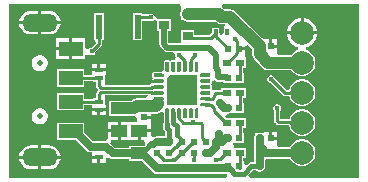
<source format=gtl>
%TF.GenerationSoftware,Altium Limited,Altium Designer,24.7.2 (38)*%
G04 Layer_Physical_Order=1*
G04 Layer_Color=255*
%FSLAX26Y26*%
%MOIN*%
%TF.SameCoordinates,5A157747-18B5-4676-A4C7-82BAAE217A37*%
%TF.FilePolarity,Positive*%
%TF.FileFunction,Copper,L1,Top,Signal*%
%TF.Part,Single*%
G01*
G75*
%TA.AperFunction,SMDPad,CuDef*%
%ADD10C,0.090354*%
%TA.AperFunction,BGAPad,CuDef*%
%ADD11C,0.010630*%
%TA.AperFunction,ConnectorPad*%
%ADD12R,0.078740X0.047244*%
%ADD13R,0.035433X0.031496*%
%TA.AperFunction,SMDPad,CuDef*%
%ADD14R,0.021654X0.078740*%
%ADD15R,0.024409X0.022441*%
%ADD16R,0.022441X0.024409*%
%ADD17R,0.029528X0.023622*%
%ADD18R,0.027559X0.015748*%
%ADD19R,0.015748X0.020079*%
%ADD20R,0.057087X0.039370*%
%TA.AperFunction,Conductor*%
%ADD21C,0.010000*%
%ADD22C,0.027559*%
%ADD23C,0.015748*%
%ADD24C,0.011811*%
%ADD25C,0.019685*%
%ADD26C,0.039370*%
%ADD27C,0.009437*%
%TA.AperFunction,ComponentPad*%
%ADD28O,0.118110X0.059055*%
%ADD29C,0.019685*%
%ADD30C,0.078740*%
%TA.AperFunction,ViaPad*%
%ADD31C,0.015748*%
G36*
X581739Y574074D02*
X580765Y572913D01*
X579646D01*
Y562600D01*
X579109Y561797D01*
X577194Y552165D01*
X579109Y542534D01*
X579646Y541731D01*
Y531417D01*
X588982D01*
X592731Y528913D01*
X602362Y526997D01*
X695284D01*
X697754Y524526D01*
X705920Y519070D01*
X715551Y517154D01*
X726192D01*
X726843Y516181D01*
X722362Y506181D01*
X722362D01*
Y487541D01*
X712362Y482301D01*
X708936Y484672D01*
Y488268D01*
X708740Y489253D01*
Y506181D01*
X682992D01*
Y490522D01*
X675107Y482637D01*
X625079D01*
Y498110D01*
X579646D01*
Y456614D01*
X570275Y455094D01*
X541422D01*
X538755Y457760D01*
Y494016D01*
X546338D01*
Y535512D01*
X503412Y535512D01*
X500155Y536317D01*
X495757Y541026D01*
X493798Y544687D01*
X492213Y547647D01*
X490861Y548999D01*
X488592Y551268D01*
X483860Y553228D01*
X478738D01*
X474007Y551268D01*
X473289Y550550D01*
X451850D01*
Y554212D01*
X420197D01*
Y465472D01*
X451850D01*
Y530158D01*
X473289D01*
X474007Y529440D01*
X478738Y527480D01*
X483860D01*
X488592Y529440D01*
X490905Y531754D01*
X497083Y530611D01*
X500732Y528776D01*
X500905Y526733D01*
X500906Y525830D01*
Y494016D01*
X508489D01*
Y451492D01*
X508489Y451492D01*
X509641Y445701D01*
X512921Y440791D01*
X524452Y429260D01*
X524452Y429260D01*
X529362Y425979D01*
X535153Y424827D01*
X551592D01*
X559961Y418899D01*
Y413778D01*
X561921Y409046D01*
X563599Y407367D01*
X561207Y401160D01*
X559014Y398128D01*
X548228D01*
X544402Y396543D01*
X544181Y396543D01*
X540354Y398128D01*
X528543D01*
X524716Y396543D01*
X523131Y392716D01*
Y368810D01*
X520242Y362632D01*
X514064Y359743D01*
X490158D01*
X486331Y358158D01*
X484745Y354331D01*
Y342520D01*
X486330Y338693D01*
X486331Y338473D01*
X484745Y334646D01*
Y322835D01*
X478527Y318210D01*
X478527D01*
X475312Y316062D01*
X475286Y316036D01*
X402360D01*
X400829Y316340D01*
X327391D01*
X325866Y325709D01*
X325866D01*
Y348268D01*
X330866D01*
Y361142D01*
X307087D01*
X283307D01*
Y348492D01*
X256969D01*
Y367205D01*
X168228D01*
Y309961D01*
X256969D01*
Y328674D01*
X288307D01*
Y325709D01*
X297178D01*
Y311960D01*
X297932Y308168D01*
X300080Y304953D01*
X305411Y299213D01*
X300080Y293472D01*
X297932Y290258D01*
X297178Y286466D01*
Y272716D01*
X288307D01*
Y269752D01*
X256969D01*
Y288464D01*
X168228D01*
Y231220D01*
X256969D01*
Y249934D01*
X283307D01*
Y237284D01*
X307087D01*
X330866D01*
Y250157D01*
X325866D01*
Y272716D01*
X325866D01*
X327391Y282085D01*
X393623D01*
X395154Y281781D01*
X468762D01*
X469874Y280444D01*
X465185Y270444D01*
X432284D01*
X422652Y268528D01*
X414487Y263072D01*
X413984Y262570D01*
X375000D01*
X372569Y262087D01*
X341457D01*
Y212716D01*
X372569D01*
X375000Y212233D01*
X424409D01*
X425472Y212444D01*
X435473Y204238D01*
Y192283D01*
X380000D01*
Y162598D01*
Y132913D01*
X435945D01*
Y162598D01*
X440945D01*
Y167598D01*
X479488D01*
Y186260D01*
X479882D01*
Y202480D01*
X457677D01*
Y212480D01*
X479882D01*
Y220107D01*
X496654D01*
X506285Y222023D01*
X513131Y226597D01*
X517972Y225263D01*
X523131Y222017D01*
Y205709D01*
X523330Y205230D01*
Y193424D01*
X523199Y193337D01*
X520353Y189078D01*
X519354Y184055D01*
Y173228D01*
X520353Y168205D01*
X523199Y163947D01*
X526793Y160353D01*
X526027Y156506D01*
Y145132D01*
X499282D01*
X491954Y143674D01*
X481358Y146267D01*
X479488Y150725D01*
Y157598D01*
X445945D01*
Y132913D01*
X456507D01*
X458637Y130515D01*
X461482Y122913D01*
X460314Y121165D01*
X459315Y116142D01*
Y115870D01*
X455925Y112480D01*
X407402D01*
Y106943D01*
X361278D01*
X345307Y122913D01*
X345748Y126529D01*
X348769Y132913D01*
X370000D01*
Y157598D01*
X336457D01*
Y138475D01*
X331914Y131035D01*
X327919Y129383D01*
X287459D01*
X256969Y159874D01*
Y190039D01*
X168228D01*
Y132795D01*
X229890D01*
X265988Y96697D01*
X265988Y96697D01*
X272200Y92546D01*
X279528Y91089D01*
X283307D01*
Y79803D01*
X307087D01*
Y74803D01*
X312087D01*
Y56929D01*
X330866D01*
Y70553D01*
X333706Y71729D01*
X340866Y73548D01*
X346019Y70105D01*
X353346Y68648D01*
X353347Y68648D01*
X407402D01*
Y63110D01*
X447409D01*
X486618Y23902D01*
X486618Y23902D01*
X492830Y19751D01*
X500158Y18293D01*
X500158Y18294D01*
X732351D01*
X734279Y16477D01*
X733521Y12196D01*
X729337Y6477D01*
X6477D01*
Y584074D01*
X577076D01*
X581739Y574074D01*
D02*
G37*
G36*
X638779Y365158D02*
Y363983D01*
X637880Y361812D01*
X636219Y360151D01*
X634049Y359252D01*
X631699D01*
X629529Y360151D01*
X627867Y361812D01*
X626968Y363983D01*
Y365158D01*
Y392716D01*
X638779D01*
Y365158D01*
D02*
G37*
G36*
X619095D02*
Y363983D01*
X618195Y361812D01*
X616534Y360151D01*
X614364Y359252D01*
X612014D01*
X609844Y360151D01*
X608183Y361812D01*
X607284Y363983D01*
Y365158D01*
X607283D01*
Y392716D01*
X619095D01*
Y365158D01*
D02*
G37*
G36*
X599409D02*
Y363983D01*
X598510Y361812D01*
X596849Y360151D01*
X594678Y359252D01*
X592329D01*
X590159Y360151D01*
X588497Y361812D01*
X587598Y363983D01*
Y365158D01*
Y392716D01*
X599409D01*
Y365158D01*
D02*
G37*
G36*
X579724D02*
Y363983D01*
X578825Y361812D01*
X577164Y360151D01*
X574994Y359252D01*
X572644D01*
X570474Y360151D01*
X568812Y361812D01*
X567913Y363983D01*
Y365158D01*
Y392716D01*
X579724D01*
Y365158D01*
D02*
G37*
G36*
X560039D02*
Y363983D01*
X559140Y361812D01*
X557479Y360151D01*
X555308Y359252D01*
X552959D01*
X550789Y360151D01*
X549127Y361812D01*
X548228Y363983D01*
Y365158D01*
Y392716D01*
X560039D01*
X560039Y365158D01*
D02*
G37*
G36*
X540354D02*
Y363983D01*
X539455Y361812D01*
X537794Y360151D01*
X535623Y359252D01*
X533274D01*
X531104Y360151D01*
X529442Y361812D01*
X528543Y363983D01*
Y365158D01*
Y392716D01*
X540354D01*
Y365158D01*
D02*
G37*
G36*
X1174625Y6477D02*
X809358D01*
X805216Y16477D01*
X819461Y30722D01*
X828891Y31646D01*
X835102Y27496D01*
X842430Y26038D01*
X849757Y27496D01*
X855969Y31646D01*
X860120Y37858D01*
X861577Y45186D01*
Y67004D01*
X865492Y70217D01*
X865493Y70217D01*
X944072D01*
X948747Y62121D01*
X957008Y53860D01*
X967126Y48018D01*
X978411Y44995D01*
X990093D01*
X1001378Y48018D01*
X1011496Y53860D01*
X1019757Y62121D01*
X1025598Y72238D01*
X1028622Y83523D01*
Y95206D01*
X1025598Y106491D01*
X1019757Y116609D01*
X1011496Y124870D01*
X1001378Y130711D01*
X990093Y133735D01*
X978411D01*
X967126Y130711D01*
X957008Y124870D01*
X948747Y116609D01*
X944072Y108512D01*
X908498D01*
X901445Y115591D01*
Y132795D01*
X880225D01*
Y137795D01*
X875225D01*
Y160000D01*
X859005D01*
X858923Y158846D01*
X850447Y155738D01*
X849005Y155635D01*
X842430Y156943D01*
X835102Y155485D01*
X834376Y155000D01*
X826209D01*
Y147322D01*
X824740Y145123D01*
X823282Y137795D01*
Y112428D01*
X823282Y112427D01*
X823282Y112427D01*
Y58312D01*
X815361D01*
X810338Y57313D01*
X806079Y54467D01*
X799278Y47666D01*
X790039Y51493D01*
Y62480D01*
X786180D01*
Y72554D01*
X798307D01*
Y106176D01*
X758779D01*
X758031Y111176D01*
X756390D01*
X752547Y121176D01*
X752990Y121575D01*
X761850Y121575D01*
X789645D01*
Y155984D01*
X786180D01*
Y172554D01*
X798307D01*
Y206176D01*
X763031D01*
X755905Y206176D01*
X748779Y206176D01*
X732126D01*
X729167Y208705D01*
X728417Y210026D01*
X734239Y220026D01*
X735630D01*
X742957Y221483D01*
X743683Y221969D01*
X754527Y221969D01*
X761850Y221969D01*
X789645D01*
Y256378D01*
X786180D01*
Y272554D01*
X798307D01*
Y306176D01*
X763031D01*
X755905Y306176D01*
X748779Y306176D01*
X713504D01*
Y299560D01*
X696803D01*
X692901Y298784D01*
X691816Y298060D01*
X689683Y298265D01*
X686272Y299933D01*
X682577Y303668D01*
Y314961D01*
X681035Y318898D01*
X682577Y322835D01*
Y328981D01*
X692577Y332015D01*
X694024Y329850D01*
X698933Y326570D01*
X704724Y325418D01*
X719409D01*
Y321378D01*
X751850D01*
Y321378D01*
X757205D01*
Y321378D01*
X789645D01*
Y355788D01*
X786180D01*
Y372554D01*
X798307D01*
Y406176D01*
X797959D01*
X794645Y414803D01*
X794645D01*
Y432008D01*
X773425D01*
Y442008D01*
X794645D01*
Y444007D01*
X803884Y447834D01*
X817261Y434457D01*
Y418732D01*
X819177Y409100D01*
X824633Y400935D01*
X854000Y371568D01*
X862165Y366112D01*
X871797Y364196D01*
X947549D01*
X948747Y362121D01*
X957008Y353860D01*
X967126Y348018D01*
X978411Y344995D01*
X990093D01*
X1001378Y348018D01*
X1011496Y353860D01*
X1019757Y362121D01*
X1025598Y372238D01*
X1028622Y383523D01*
Y395206D01*
X1025598Y406491D01*
X1019757Y416608D01*
X1011496Y424870D01*
X1001378Y430711D01*
X998060Y431600D01*
Y441953D01*
X1003308Y443359D01*
X1014566Y449859D01*
X1023758Y459051D01*
X1030258Y470308D01*
X1033622Y482865D01*
Y484365D01*
X984252D01*
X934882D01*
Y482865D01*
X938246Y470308D01*
X944746Y459051D01*
X953938Y449859D01*
X965196Y443359D01*
X970444Y441953D01*
Y431600D01*
X967126Y430711D01*
X957008Y424870D01*
X948747Y416608D01*
X947549Y414533D01*
X905926D01*
X901445Y422677D01*
Y439882D01*
X880225D01*
Y444882D01*
X875225D01*
Y467087D01*
X859005D01*
X859005Y467087D01*
Y467087D01*
X851076Y471830D01*
X762786Y560120D01*
X754620Y565576D01*
X744989Y567491D01*
X725976D01*
X723506Y569962D01*
X717352Y574074D01*
X719181Y584074D01*
X1174625D01*
Y6477D01*
D02*
G37*
G36*
X677165Y342520D02*
X648432D01*
X646261Y343419D01*
X644600Y345080D01*
X643701Y347250D01*
Y348425D01*
Y349600D01*
X644600Y351770D01*
X646261Y353432D01*
X648432Y354331D01*
X677165D01*
Y342520D01*
D02*
G37*
G36*
X521062Y353432D02*
X522723Y351770D01*
X523622Y349600D01*
Y348425D01*
Y347250D01*
X522723Y345080D01*
X521062Y343419D01*
X518891Y342520D01*
X490158D01*
Y354331D01*
X518891D01*
X521062Y353432D01*
D02*
G37*
G36*
X677165Y322835D02*
X649606Y322835D01*
X648432D01*
X646261Y323734D01*
X644600Y325395D01*
X643701Y327565D01*
Y328740D01*
Y329915D01*
X644600Y332085D01*
X646261Y333747D01*
X648432Y334646D01*
X677165D01*
Y322835D01*
D02*
G37*
G36*
X521062Y333747D02*
X522723Y332085D01*
X523622Y329915D01*
Y328740D01*
Y327565D01*
X522723Y325395D01*
X521062Y323734D01*
X518891Y322835D01*
X517716D01*
Y322835D01*
X490158D01*
Y334646D01*
X518891D01*
X521062Y333747D01*
D02*
G37*
G36*
X677165Y303150D02*
X648432D01*
X646261Y304049D01*
X644600Y305710D01*
X643701Y307880D01*
Y309055D01*
Y310230D01*
X644600Y312400D01*
X646261Y314062D01*
X648432Y314961D01*
X677165D01*
Y303150D01*
D02*
G37*
G36*
X521062Y314062D02*
X522723Y312400D01*
X523622Y310230D01*
Y309055D01*
Y307880D01*
X522723Y305710D01*
X521062Y304049D01*
X518891Y303150D01*
X490158D01*
Y314961D01*
X518891D01*
X521062Y314062D01*
D02*
G37*
G36*
X677165Y283465D02*
X648432D01*
X646261Y284364D01*
X644600Y286025D01*
X643701Y288195D01*
Y289370D01*
Y290545D01*
X644600Y292715D01*
X646261Y294377D01*
X648432Y295276D01*
X677165D01*
Y283465D01*
D02*
G37*
G36*
X521062Y294377D02*
X522723Y292715D01*
X523622Y290545D01*
Y289370D01*
Y288195D01*
X522723Y286025D01*
X521062Y284364D01*
X518891Y283465D01*
X490158D01*
Y295276D01*
X518891D01*
X521062Y294377D01*
D02*
G37*
G36*
X677165Y263779D02*
X648432D01*
X646261Y264678D01*
X644600Y266340D01*
X643701Y268510D01*
Y269685D01*
Y270860D01*
X644600Y273030D01*
X646261Y274691D01*
X648432Y275591D01*
X649606D01*
Y275591D01*
X677165D01*
Y263779D01*
D02*
G37*
G36*
X517716Y275591D02*
X518891D01*
X521062Y274691D01*
X522723Y273030D01*
X523622Y270860D01*
Y269685D01*
Y268510D01*
X522723Y266340D01*
X521062Y264678D01*
X518891Y263779D01*
X490158D01*
Y275591D01*
X517716Y275591D01*
D02*
G37*
G36*
X633858Y249016D02*
X533465D01*
Y339567D01*
X543307Y349409D01*
X633858D01*
Y249016D01*
D02*
G37*
G36*
X677165Y244095D02*
X648432D01*
X646261Y244994D01*
X644600Y246655D01*
X643701Y248825D01*
Y250000D01*
Y251175D01*
X644600Y253345D01*
X646261Y255006D01*
X648432Y255905D01*
X677165D01*
Y244095D01*
D02*
G37*
G36*
X521062Y255006D02*
X522723Y253345D01*
X523622Y251175D01*
Y250000D01*
Y248825D01*
X522723Y246655D01*
X521062Y244994D01*
X518891Y244095D01*
X490158D01*
Y255905D01*
X518891D01*
X521062Y255006D01*
D02*
G37*
G36*
X636219Y238274D02*
X637880Y236613D01*
X638779Y234442D01*
Y233268D01*
Y205709D01*
X626968D01*
Y233268D01*
Y234442D01*
X627867Y236613D01*
X629529Y238274D01*
X631699Y239173D01*
X634049D01*
X636219Y238274D01*
D02*
G37*
G36*
X616534D02*
X618195Y236613D01*
X619095Y234442D01*
Y233268D01*
Y205709D01*
X607283D01*
X607284Y233268D01*
Y234442D01*
X608183Y236613D01*
X609844Y238274D01*
X612014Y239173D01*
X614364D01*
X616534Y238274D01*
D02*
G37*
G36*
X596849D02*
X598510Y236613D01*
X599409Y234442D01*
Y233268D01*
Y205709D01*
X587598D01*
Y233268D01*
Y234442D01*
X588497Y236613D01*
X590159Y238274D01*
X592329Y239173D01*
X594678D01*
X596849Y238274D01*
D02*
G37*
G36*
X577164D02*
X578825Y236613D01*
X579724Y234442D01*
Y233268D01*
Y205709D01*
X567913D01*
Y233268D01*
Y234442D01*
X568812Y236613D01*
X570474Y238274D01*
X572644Y239173D01*
X574994D01*
X577164Y238274D01*
D02*
G37*
G36*
X557479D02*
X559140Y236613D01*
X560039Y234442D01*
Y233268D01*
X560039D01*
Y205709D01*
X548228D01*
Y233268D01*
Y234442D01*
X549127Y236613D01*
X550789Y238274D01*
X552959Y239173D01*
X555308D01*
X557479Y238274D01*
D02*
G37*
G36*
X537794D02*
X539455Y236613D01*
X540354Y234442D01*
Y233268D01*
Y205709D01*
X528543D01*
Y233268D01*
Y234442D01*
X529442Y236613D01*
X531104Y238274D01*
X533274Y239173D01*
X535623D01*
X537794Y238274D01*
D02*
G37*
%LPC*%
G36*
X139764Y563491D02*
X115236D01*
Y528622D01*
X178974D01*
X178274Y533941D01*
X174291Y543556D01*
X167955Y551813D01*
X159698Y558149D01*
X150083Y562132D01*
X139764Y563491D01*
D02*
G37*
G36*
X105236D02*
X80709D01*
X70390Y562132D01*
X60774Y558149D01*
X52517Y551813D01*
X46181Y543556D01*
X42199Y533941D01*
X41498Y528622D01*
X105236D01*
Y563491D01*
D02*
G37*
G36*
X178974Y518622D02*
X115236D01*
Y483753D01*
X139764D01*
X150083Y485112D01*
X159698Y489095D01*
X167955Y495431D01*
X174291Y503688D01*
X178274Y513303D01*
X178974Y518622D01*
D02*
G37*
G36*
X105236D02*
X41498D01*
X42199Y513303D01*
X46181Y503688D01*
X52517Y495431D01*
X60774Y489095D01*
X70390Y485112D01*
X80709Y483753D01*
X105236D01*
Y518622D01*
D02*
G37*
G36*
X207598Y470630D02*
X163228D01*
Y442008D01*
X207598D01*
Y470630D01*
D02*
G37*
G36*
X323897Y554212D02*
X292244D01*
Y465472D01*
X294237D01*
X296368Y455472D01*
X280935Y440039D01*
X279920D01*
X275188Y438079D01*
X271969Y434860D01*
X269877Y434979D01*
X261969Y437418D01*
Y470630D01*
X217598D01*
Y437008D01*
Y403386D01*
X261969D01*
Y416913D01*
X269877Y419352D01*
X271969Y419471D01*
X275188Y416251D01*
X279920Y414291D01*
X285041D01*
X289773Y416251D01*
X293394Y419873D01*
X295354Y424605D01*
Y425620D01*
X315280Y445546D01*
X317491Y448854D01*
X318267Y452756D01*
Y465472D01*
X323897D01*
Y554212D01*
D02*
G37*
G36*
X207598Y432008D02*
X163228D01*
Y403386D01*
X207598D01*
Y432008D01*
D02*
G37*
G36*
X330866Y384016D02*
X312087D01*
Y371142D01*
X330866D01*
Y384016D01*
D02*
G37*
G36*
X302087D02*
X283307D01*
Y371142D01*
X302087D01*
Y384016D01*
D02*
G37*
G36*
X113745Y414449D02*
X106727D01*
X99948Y412632D01*
X93871Y409123D01*
X88908Y404161D01*
X85399Y398083D01*
X83583Y391304D01*
Y384286D01*
X85399Y377507D01*
X88908Y371430D01*
X93871Y366467D01*
X99948Y362958D01*
X106727Y361142D01*
X113745D01*
X120524Y362958D01*
X126602Y366467D01*
X131564Y371430D01*
X135073Y377507D01*
X136890Y384286D01*
Y391304D01*
X135073Y398083D01*
X131564Y404161D01*
X126602Y409123D01*
X120524Y412632D01*
X113745Y414449D01*
D02*
G37*
G36*
X330866Y227284D02*
X312087D01*
Y214410D01*
X330866D01*
Y227284D01*
D02*
G37*
G36*
X302087D02*
X283307D01*
Y214410D01*
X302087D01*
Y227284D01*
D02*
G37*
G36*
X113745Y237283D02*
X106727D01*
X99948Y235467D01*
X93871Y231958D01*
X88908Y226995D01*
X85399Y220918D01*
X83583Y214139D01*
Y207121D01*
X85399Y200342D01*
X88908Y194264D01*
X93871Y189302D01*
X99948Y185793D01*
X106727Y183976D01*
X113745D01*
X120524Y185793D01*
X126602Y189302D01*
X131564Y194264D01*
X135073Y200342D01*
X136890Y207121D01*
Y214139D01*
X135073Y220918D01*
X131564Y226995D01*
X126602Y231958D01*
X120524Y235467D01*
X113745Y237283D01*
D02*
G37*
G36*
X370000Y192283D02*
X336457D01*
Y167598D01*
X370000D01*
Y192283D01*
D02*
G37*
G36*
X139764Y114672D02*
X115236D01*
Y79803D01*
X178974D01*
X178274Y85122D01*
X174291Y94737D01*
X167955Y102995D01*
X159698Y109330D01*
X150083Y113313D01*
X139764Y114672D01*
D02*
G37*
G36*
X105236D02*
X80709D01*
X70390Y113313D01*
X60774Y109330D01*
X52517Y102995D01*
X46181Y94737D01*
X42199Y85122D01*
X41498Y79803D01*
X105236D01*
Y114672D01*
D02*
G37*
G36*
X302087Y69803D02*
X283307D01*
Y56929D01*
X302087D01*
Y69803D01*
D02*
G37*
G36*
X178974Y69803D02*
X115236D01*
Y34935D01*
X139764D01*
X150083Y36293D01*
X159698Y40276D01*
X167955Y46612D01*
X174291Y54869D01*
X178274Y64484D01*
X178974Y69803D01*
D02*
G37*
G36*
X105236D02*
X41498D01*
X42199Y64484D01*
X46181Y54869D01*
X52517Y46612D01*
X60774Y40276D01*
X70390Y36293D01*
X80709Y34935D01*
X105236D01*
Y69803D01*
D02*
G37*
G36*
X990752Y538735D02*
X989252D01*
Y494365D01*
X1033622D01*
Y495864D01*
X1030258Y508421D01*
X1023758Y519678D01*
X1014566Y528870D01*
X1003308Y535370D01*
X990752Y538735D01*
D02*
G37*
G36*
X979252D02*
X977752D01*
X965196Y535370D01*
X953938Y528870D01*
X944746Y519678D01*
X938246Y508421D01*
X934882Y495864D01*
Y494365D01*
X979252D01*
Y538735D01*
D02*
G37*
G36*
X901445Y467087D02*
X885225D01*
Y449882D01*
X901445D01*
Y467087D01*
D02*
G37*
G36*
X883466Y348504D02*
X878345D01*
X873613Y346544D01*
X869991Y342922D01*
X868032Y338191D01*
Y333069D01*
X869991Y328337D01*
X873613Y324716D01*
X878345Y322756D01*
X879360D01*
X919961Y282155D01*
X923269Y279945D01*
X927171Y279169D01*
X941049D01*
X942906Y272238D01*
X948747Y262121D01*
X957008Y253860D01*
X967126Y248018D01*
X978411Y244994D01*
X990093D01*
X1001378Y248018D01*
X1011496Y253860D01*
X1019757Y262121D01*
X1025598Y272238D01*
X1028622Y283523D01*
Y295206D01*
X1025598Y306491D01*
X1019757Y316608D01*
X1011496Y324870D01*
X1001378Y330711D01*
X990093Y333735D01*
X978411D01*
X967126Y330711D01*
X957008Y324870D01*
X948747Y316608D01*
X942906Y306491D01*
X941049Y299560D01*
X931394D01*
X893779Y337175D01*
Y338191D01*
X891819Y342922D01*
X888198Y346544D01*
X883466Y348504D01*
D02*
G37*
G36*
X904136Y251063D02*
X899014D01*
X894282Y249103D01*
X890661Y245482D01*
X888701Y240750D01*
Y235628D01*
X890661Y230897D01*
X891379Y230178D01*
Y196850D01*
X892155Y192949D01*
X894365Y189641D01*
X900386Y183620D01*
X903694Y181410D01*
X907596Y180633D01*
X940656D01*
X942906Y172238D01*
X948747Y162121D01*
X957008Y153860D01*
X967126Y148018D01*
X978411Y144994D01*
X990093D01*
X1001378Y148018D01*
X1011496Y153860D01*
X1019757Y162121D01*
X1025598Y172238D01*
X1028622Y183523D01*
Y195206D01*
X1025598Y206491D01*
X1019757Y216608D01*
X1011496Y224869D01*
X1001378Y230711D01*
X990093Y233735D01*
X978411D01*
X967126Y230711D01*
X957008Y224869D01*
X948747Y216608D01*
X942906Y206491D01*
X941441Y201025D01*
X911819D01*
X911771Y201074D01*
Y230178D01*
X912489Y230897D01*
X914449Y235628D01*
Y240750D01*
X912489Y245482D01*
X908867Y249103D01*
X904136Y251063D01*
D02*
G37*
G36*
X901445Y160000D02*
X885225D01*
Y142795D01*
X901445D01*
Y160000D01*
D02*
G37*
%LPD*%
D10*
X583661Y299213D02*
D03*
D11*
X534449Y376593D02*
D03*
X554134Y375984D02*
D03*
X573819D02*
D03*
X593504Y376593D02*
D03*
X613189Y375984D02*
D03*
X632874D02*
D03*
X661042Y348425D02*
D03*
X660433Y328740D02*
D03*
Y309055D02*
D03*
X661042Y289370D02*
D03*
X660433Y269685D02*
D03*
Y250000D02*
D03*
X632874Y211614D02*
D03*
X613189Y222441D02*
D03*
X593504D02*
D03*
X573819Y221832D02*
D03*
X554134Y222441D02*
D03*
X534449D02*
D03*
X496063Y250000D02*
D03*
X506890Y269685D02*
D03*
Y289370D02*
D03*
X506281Y309055D02*
D03*
X506890Y328740D02*
D03*
Y348425D02*
D03*
D12*
X212598Y161417D02*
D03*
Y259842D02*
D03*
Y338583D02*
D03*
Y437008D02*
D03*
D13*
X523622Y514764D02*
D03*
X602362Y552165D02*
D03*
Y477362D02*
D03*
D14*
X308071Y509842D02*
D03*
X436024D02*
D03*
D15*
X582766Y125984D02*
D03*
Y88189D02*
D03*
X541516Y125984D02*
D03*
Y88189D02*
D03*
X665266Y125984D02*
D03*
Y88189D02*
D03*
X624016Y88189D02*
D03*
Y125984D02*
D03*
X457677Y207480D02*
D03*
Y245276D02*
D03*
X500266Y88189D02*
D03*
Y125984D02*
D03*
D16*
X735630Y138780D02*
D03*
X773425D02*
D03*
X735630Y239173D02*
D03*
X773425D02*
D03*
X735630Y338583D02*
D03*
X773425D02*
D03*
X736024Y45276D02*
D03*
X773819D02*
D03*
X735630Y437008D02*
D03*
X773425D02*
D03*
X880225Y444882D02*
D03*
X842430D02*
D03*
X880225Y137795D02*
D03*
X842430D02*
D03*
D17*
X778543Y189365D02*
D03*
X733268D02*
D03*
Y289365D02*
D03*
X778543D02*
D03*
Y389365D02*
D03*
X733268D02*
D03*
X778543Y89365D02*
D03*
X733268D02*
D03*
D18*
X307087Y366142D02*
D03*
Y338583D02*
D03*
X307087Y232284D02*
D03*
Y259842D02*
D03*
Y74803D02*
D03*
Y102362D02*
D03*
D19*
X695866Y491142D02*
D03*
X735236D02*
D03*
X715551Y542323D02*
D03*
D20*
X375000Y237401D02*
D03*
Y162598D02*
D03*
X440945Y87795D02*
D03*
Y162598D02*
D03*
D21*
X457676Y338583D02*
X467520Y328740D01*
X456694Y338583D02*
X457676D01*
X467520Y328740D02*
X506890D01*
X736220Y389365D02*
X767205Y420349D01*
Y430787D02*
X773425Y437008D01*
X733268Y389365D02*
X736220D01*
X767205Y420349D02*
Y430787D01*
X759842Y467933D02*
X767205Y460571D01*
Y443228D02*
X773425Y437008D01*
X767205Y443228D02*
Y460571D01*
X759842Y467933D02*
Y469488D01*
X558758Y65194D02*
X558809Y65143D01*
X524245Y65194D02*
X558758D01*
X501250Y88189D02*
X524245Y65194D01*
X558787D02*
X581782Y88189D01*
X583750D01*
X500266D02*
X501250D01*
X619016Y189961D02*
X620079Y191024D01*
X588583Y189961D02*
X619016D01*
X620079D02*
X645717D01*
X664282Y125984D02*
X665266D01*
X658061Y132205D02*
Y133189D01*
X651575Y139675D02*
Y184103D01*
X658061Y132205D02*
X664282Y125984D01*
X651575Y139675D02*
X658061Y133189D01*
X645717Y189961D02*
X651575Y184103D01*
X695866Y66929D02*
X696966Y68029D01*
X708979D02*
X730315Y89365D01*
X696966Y68029D02*
X708979D01*
X730315Y89365D02*
X733268D01*
X583750Y88189D02*
X615325Y119764D01*
X617795D02*
X624016Y125984D01*
X615325Y119764D02*
X617795D01*
X624016Y66024D02*
Y88189D01*
X436024Y509842D02*
Y534528D01*
X441850Y540354D02*
X481299D01*
X436024Y534528D02*
X441850Y540354D01*
X901575Y196850D02*
Y238189D01*
Y196850D02*
X907596Y190829D01*
X982787D01*
X984252Y189365D01*
X308071Y452756D02*
Y509842D01*
X282480Y427165D02*
X308071Y452756D01*
X573939Y204604D02*
X588583Y189961D01*
X880905Y335630D02*
X927171Y289365D01*
X984252D01*
X572835Y416339D02*
X593383Y395790D01*
Y376714D02*
Y395790D01*
Y376714D02*
X593504Y376593D01*
X613189Y375984D02*
Y402596D01*
X625984Y415391D02*
Y416339D01*
X613189Y402596D02*
X625984Y415391D01*
X660433Y250000D02*
X680992D01*
X690945Y240048D01*
Y228734D02*
Y240048D01*
Y228734D02*
X730315Y189365D01*
X679331Y472441D02*
X695866Y488976D01*
X602362Y472441D02*
X679331D01*
X695866Y488976D02*
Y491142D01*
X698740Y474882D02*
X735630Y437992D01*
X695866Y491142D02*
X698740Y488268D01*
X735630Y437008D02*
Y437992D01*
X698740Y474882D02*
Y488268D01*
X775984Y341142D02*
Y386805D01*
X773425Y338583D02*
X775984Y341142D01*
Y386805D02*
X778543Y389365D01*
X660433Y269685D02*
X685087D01*
X690945Y275543D01*
X696803Y289365D02*
X733268D01*
X690945Y275543D02*
Y283507D01*
X696803Y289365D01*
X775984Y241732D02*
Y286805D01*
X773425Y239173D02*
X775984Y241732D01*
Y286805D02*
X778543Y289365D01*
X730315Y189365D02*
X733268D01*
X775984Y141339D02*
Y186805D01*
X773425Y138780D02*
X775984Y141339D01*
Y186805D02*
X778543Y189365D01*
X775984Y41929D02*
Y86805D01*
X773425Y39370D02*
X775984Y41929D01*
Y86805D02*
X778543Y89365D01*
X573939Y204604D02*
Y221712D01*
X573819Y221832D02*
X573939Y221712D01*
D22*
X449803Y87795D02*
X500158Y37441D01*
X733701D02*
X735630Y39370D01*
X500158Y37441D02*
X733701D01*
X307087Y110236D02*
X330906D01*
X500266Y125984D02*
X540532D01*
X228346Y161417D02*
X279528Y110236D01*
X842430Y45186D02*
Y112427D01*
X212598Y161417D02*
X228346D01*
X842430Y112427D02*
Y137795D01*
X499282Y125984D02*
X500266D01*
X842430Y112427D02*
X865492Y89365D01*
X353346Y87795D02*
X449803D01*
X330906Y110236D02*
X353346Y87795D01*
X865492Y89365D02*
X984252D01*
X279528Y110236D02*
X307087D01*
X539154Y127362D02*
X540532Y125984D01*
X541516D01*
X717812Y125000D02*
X731591Y138780D01*
X677454Y88189D02*
X698021Y108756D01*
X698819Y118008D02*
Y125000D01*
X731591Y138780D02*
X735630D01*
X698819Y125000D02*
X717812D01*
X706693Y129921D02*
Y151575D01*
X710630Y253937D02*
X725394Y239173D01*
X735630D01*
X665266Y88189D02*
X677454D01*
D23*
X565945Y149606D02*
Y177165D01*
X739370Y40945D02*
X740499D01*
X736114Y44202D02*
X739370Y40945D01*
X749724Y27738D02*
X757266Y20197D01*
X749724Y27738D02*
Y31720D01*
X757266Y20197D02*
X790372D01*
X815361Y45186D01*
X842430D01*
X740499Y40945D02*
X749724Y31720D01*
X554134Y188976D02*
X565945Y177165D01*
X554134Y188976D02*
Y222441D01*
X487549Y114252D02*
X499282Y125984D01*
X472441Y116142D02*
X479803Y123504D01*
X488347D01*
X449803Y87795D02*
X472441Y110433D01*
X532480Y173228D02*
X539951Y165758D01*
X532480Y173228D02*
Y184055D01*
X472441Y110433D02*
Y116142D01*
X539154Y127362D02*
Y156506D01*
D24*
X565945Y149606D02*
X582766Y132785D01*
X542500Y88189D02*
X560217Y105906D01*
X582766Y125984D02*
Y132785D01*
X565620Y110315D02*
X566112D01*
X581782Y125984D02*
X582766D01*
X561211Y105906D02*
X565620Y110315D01*
X566112D02*
X581782Y125984D01*
X560217Y105906D02*
X561211D01*
X541516Y88189D02*
X542500D01*
X534449Y186024D02*
Y222441D01*
X532480Y184055D02*
X534449Y186024D01*
D25*
X535153Y439961D02*
X673817D01*
X523622Y451492D02*
X535153Y439961D01*
X523622Y451492D02*
Y509842D01*
X673817Y439961D02*
X697835Y415943D01*
Y371664D02*
Y415943D01*
X704724Y340551D02*
Y364775D01*
X697835Y371664D02*
X704724Y364775D01*
Y340551D02*
X733661D01*
X735630Y338583D01*
D26*
X432284Y245276D02*
X496654D01*
X375000Y237401D02*
X424409D01*
X432284Y245276D01*
X871797Y389365D02*
X984252D01*
X842430Y418732D02*
Y444882D01*
Y418732D02*
X871797Y389365D01*
X744989Y542323D02*
X842430Y444882D01*
X715551Y542323D02*
X744989D01*
X705709Y552165D02*
X715551Y542323D01*
X602362Y552165D02*
X705709D01*
X496654Y245276D02*
X503937Y252559D01*
Y255905D01*
D27*
X482319Y309055D02*
X506281D01*
X312615Y306431D02*
X400829D01*
X479390Y306127D02*
X482319Y309055D01*
X401134Y306127D02*
X479390D01*
X400829Y306431D02*
X401134Y306127D01*
X307087Y311960D02*
Y338583D01*
Y311960D02*
X312615Y306431D01*
X395154Y291690D02*
X479999D01*
X482319Y289370D01*
X312615Y291994D02*
X394849D01*
X395154Y291690D01*
X482319Y289370D02*
X506890D01*
X307087Y286466D02*
X312615Y291994D01*
X307087Y259842D02*
Y286466D01*
X212598Y338583D02*
X307087D01*
X212598Y259842D02*
X307087D01*
D28*
X110236Y74803D02*
D03*
Y523622D02*
D03*
D29*
Y210630D02*
D03*
Y387795D02*
D03*
D30*
X984252Y489365D02*
D03*
Y189365D02*
D03*
Y89365D02*
D03*
Y289365D02*
D03*
Y389365D02*
D03*
D31*
X1145670Y535434D02*
D03*
X1125985Y496064D02*
D03*
X1145670Y456694D02*
D03*
X1125985Y417324D02*
D03*
X1145670Y377954D02*
D03*
X1125985Y338583D02*
D03*
X1145670Y299213D02*
D03*
X1125985Y259843D02*
D03*
X1145670Y220473D02*
D03*
X1125985Y181103D02*
D03*
X1145670Y141733D02*
D03*
X1125985Y102363D02*
D03*
X1145670Y62993D02*
D03*
X1125985Y23623D02*
D03*
X1106300Y535434D02*
D03*
X1086615Y496064D02*
D03*
X1106300Y456694D02*
D03*
X1086615Y417324D02*
D03*
X1106300Y377954D02*
D03*
X1086615Y338583D02*
D03*
X1106300Y299213D02*
D03*
X1086615Y259843D02*
D03*
X1106300Y220473D02*
D03*
X1086615Y181103D02*
D03*
X1106300Y141733D02*
D03*
X1086615Y102363D02*
D03*
X1106300Y62993D02*
D03*
X1086615Y23623D02*
D03*
X1066930Y535434D02*
D03*
X1047245Y496064D02*
D03*
X1066930Y456694D02*
D03*
X1047245Y417324D02*
D03*
X1066930Y377954D02*
D03*
X1047245Y338583D02*
D03*
X1066930Y299213D02*
D03*
X1047245Y259843D02*
D03*
X1066930Y220473D02*
D03*
X1047245Y181103D02*
D03*
X1066930Y141733D02*
D03*
X1047245Y102363D02*
D03*
X1066930Y62993D02*
D03*
X1047245Y23623D02*
D03*
X1027560Y535434D02*
D03*
X1007875Y338583D02*
D03*
X1027560Y220473D02*
D03*
Y141733D02*
D03*
X1007875Y23623D02*
D03*
X968505D02*
D03*
X948820Y535434D02*
D03*
X929135Y338583D02*
D03*
Y259843D02*
D03*
X948820Y141733D02*
D03*
X929135Y23623D02*
D03*
X909450Y535434D02*
D03*
X889765Y496064D02*
D03*
X909450Y456694D02*
D03*
X889765Y259843D02*
D03*
Y181103D02*
D03*
X909450Y141733D02*
D03*
X889765Y23623D02*
D03*
X870080Y535434D02*
D03*
X850395Y496064D02*
D03*
Y338583D02*
D03*
Y181103D02*
D03*
X830710Y535434D02*
D03*
Y377954D02*
D03*
Y299213D02*
D03*
X811025Y259843D02*
D03*
X830710Y220473D02*
D03*
X811025Y181103D02*
D03*
Y102363D02*
D03*
X653544Y496064D02*
D03*
X555119Y535434D02*
D03*
X496064Y417324D02*
D03*
X476379Y456694D02*
D03*
X456694Y417324D02*
D03*
Y338583D02*
D03*
Y23623D02*
D03*
X437009Y456694D02*
D03*
X417324Y417324D02*
D03*
Y338583D02*
D03*
Y23623D02*
D03*
X377954Y496064D02*
D03*
X397639Y456694D02*
D03*
X377954Y417324D02*
D03*
Y338583D02*
D03*
Y23623D02*
D03*
X338583Y496064D02*
D03*
X358268Y456694D02*
D03*
Y377954D02*
D03*
X338583Y338583D02*
D03*
Y23623D02*
D03*
X299213Y181103D02*
D03*
X318898Y141733D02*
D03*
X299213Y23623D02*
D03*
X279528Y535434D02*
D03*
X259843Y496064D02*
D03*
X279528Y456694D02*
D03*
Y299213D02*
D03*
X259843Y23623D02*
D03*
X240158Y535434D02*
D03*
X220473Y496064D02*
D03*
X240158Y377954D02*
D03*
Y299213D02*
D03*
Y220473D02*
D03*
X220473Y23623D02*
D03*
X200788Y535434D02*
D03*
X181103Y496064D02*
D03*
X200788Y62993D02*
D03*
X181103Y23623D02*
D03*
X141733Y417324D02*
D03*
X161418Y377954D02*
D03*
X141733Y338583D02*
D03*
X161418Y299213D02*
D03*
X141733Y259843D02*
D03*
X161418Y220473D02*
D03*
X141733Y181103D02*
D03*
Y23623D02*
D03*
X122048Y456694D02*
D03*
X102363Y338583D02*
D03*
X122048Y299213D02*
D03*
X102363Y259843D02*
D03*
X122048Y141733D02*
D03*
X102363Y23623D02*
D03*
X82678Y456694D02*
D03*
X62993Y417324D02*
D03*
Y338583D02*
D03*
X82678Y299213D02*
D03*
X62993Y259843D02*
D03*
Y181103D02*
D03*
X82678Y141733D02*
D03*
X62993Y23623D02*
D03*
X23623Y496064D02*
D03*
X43308Y456694D02*
D03*
X23623Y417324D02*
D03*
X43308Y377954D02*
D03*
X23623Y338583D02*
D03*
X43308Y299213D02*
D03*
X23623Y259843D02*
D03*
X43308Y220473D02*
D03*
X23623Y181103D02*
D03*
X43308Y141733D02*
D03*
X23623Y102363D02*
D03*
Y23623D02*
D03*
X759842Y469488D02*
D03*
X558809Y65143D02*
D03*
X620079Y191024D02*
D03*
X551716Y331158D02*
D03*
X615606D02*
D03*
Y267267D02*
D03*
X551716D02*
D03*
X695866Y66929D02*
D03*
X624016Y66024D02*
D03*
X481299Y540354D02*
D03*
X698819Y125000D02*
D03*
X426181Y239173D02*
D03*
X706693Y151575D02*
D03*
X710630Y253937D02*
D03*
X704724Y340551D02*
D03*
X625984Y416339D02*
D03*
X572835D02*
D03*
X880905Y335630D02*
D03*
X282480Y427165D02*
D03*
X901575Y238189D02*
D03*
%TF.MD5,7c40ba0be088a2671777d45c7472208d*%
M02*

</source>
